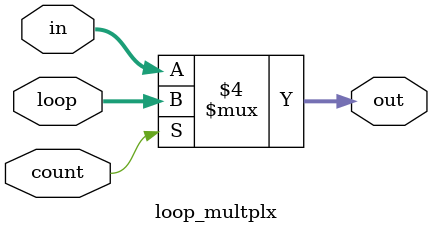
<source format=sv>
`timescale 1ns / 1ps

module loop_multplx
	#(parameter COUNT_WIDTH = 1, DATA_WIDTH = 32)
	(
	input wire [COUNT_WIDTH-1:0] count,
	input wire [DATA_WIDTH-1:0] in,
	input wire [DATA_WIDTH-1:0] loop,
	output reg [DATA_WIDTH-1:0] out
	);
	
	integer idx;
	
	always @(*)
	begin
		if(count == 0)
			out = in;
		else
			out = loop;
	end

endmodule

</source>
